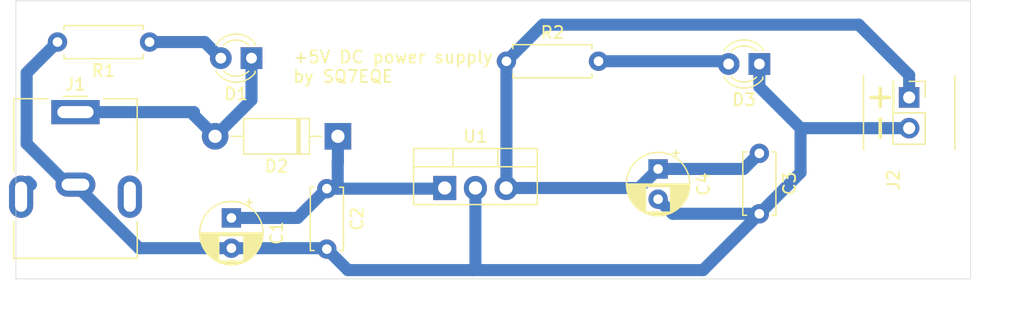
<source format=kicad_pcb>
(kicad_pcb (version 20171130) (host pcbnew 5.1.4-3.fc30)

  (general
    (thickness 1.6)
    (drawings 11)
    (tracks 53)
    (zones 0)
    (modules 12)
    (nets 7)
  )

  (page A4)
  (title_block
    (title "+5V dc power supply at 7805")
    (date 2019-09-18)
    (rev 1.0)
    (company "mgr inż. Paweł Sobótka")
    (comment 1 "GNU GPLv3")
  )

  (layers
    (0 F.Cu jumper)
    (31 B.Cu signal)
    (32 B.Adhes user)
    (33 F.Adhes user)
    (34 B.Paste user)
    (35 F.Paste user)
    (36 B.SilkS user)
    (37 F.SilkS user)
    (38 B.Mask user)
    (39 F.Mask user)
    (40 Dwgs.User user)
    (41 Cmts.User user)
    (42 Eco1.User user)
    (43 Eco2.User user)
    (44 Edge.Cuts user)
    (45 Margin user)
    (46 B.CrtYd user)
    (47 F.CrtYd user)
    (48 B.Fab user)
    (49 F.Fab user)
  )

  (setup
    (last_trace_width 0.25)
    (user_trace_width 1)
    (trace_clearance 0.2)
    (zone_clearance 0.508)
    (zone_45_only no)
    (trace_min 0.2)
    (via_size 0.8)
    (via_drill 0.4)
    (via_min_size 0.4)
    (via_min_drill 0.3)
    (user_via 1 0.6)
    (uvia_size 0.3)
    (uvia_drill 0.1)
    (uvias_allowed no)
    (uvia_min_size 0.2)
    (uvia_min_drill 0.1)
    (edge_width 0.05)
    (segment_width 0.2)
    (pcb_text_width 0.3)
    (pcb_text_size 1.5 1.5)
    (mod_edge_width 0.12)
    (mod_text_size 1 1)
    (mod_text_width 0.15)
    (pad_size 1.524 1.524)
    (pad_drill 0.762)
    (pad_to_mask_clearance 0.051)
    (solder_mask_min_width 0.25)
    (aux_axis_origin 0 0)
    (visible_elements FFFFFF7F)
    (pcbplotparams
      (layerselection 0x210fc_ffffffff)
      (usegerberextensions false)
      (usegerberattributes false)
      (usegerberadvancedattributes false)
      (creategerberjobfile true)
      (excludeedgelayer true)
      (linewidth 0.100000)
      (plotframeref false)
      (viasonmask false)
      (mode 1)
      (useauxorigin false)
      (hpglpennumber 1)
      (hpglpenspeed 20)
      (hpglpendiameter 15.000000)
      (psnegative false)
      (psa4output false)
      (plotreference true)
      (plotvalue true)
      (plotinvisibletext false)
      (padsonsilk false)
      (subtractmaskfromsilk false)
      (outputformat 1)
      (mirror false)
      (drillshape 0)
      (scaleselection 1)
      (outputdirectory "gerbv/"))
  )

  (net 0 "")
  (net 1 "Net-(C1-Pad1)")
  (net 2 "Net-(C1-Pad2)")
  (net 3 "Net-(C3-Pad1)")
  (net 4 "Net-(D1-Pad2)")
  (net 5 "Net-(D1-Pad1)")
  (net 6 "Net-(D3-Pad2)")

  (net_class Default "To jest domyślna klasa połączeń."
    (clearance 0.2)
    (trace_width 0.25)
    (via_dia 0.8)
    (via_drill 0.4)
    (uvia_dia 0.3)
    (uvia_drill 0.1)
    (add_net "Net-(C1-Pad1)")
    (add_net "Net-(C3-Pad1)")
    (add_net "Net-(D1-Pad1)")
    (add_net "Net-(D1-Pad2)")
    (add_net "Net-(D3-Pad2)")
  )

  (net_class gnd ""
    (clearance 0.2)
    (trace_width 1)
    (via_dia 0.8)
    (via_drill 0.4)
    (uvia_dia 0.3)
    (uvia_drill 0.1)
    (add_net "Net-(C1-Pad2)")
  )

  (module Connector_BarrelJack:BarrelJack_CUI_PJ-063AH_Horizontal (layer F.Cu) (tedit 5B0886BD) (tstamp 5D66FA19)
    (at 78.5876 87.726)
    (descr "Barrel Jack, 2.0mm ID, 5.5mm OD, 24V, 8A, no switch, https://www.cui.com/product/resource/pj-063ah.pdf")
    (tags "barrel jack cui dc power")
    (path /5D66A1EF)
    (fp_text reference J1 (at 0 -2.3) (layer F.SilkS)
      (effects (font (size 1 1) (thickness 0.15)))
    )
    (fp_text value "9-15V input DC" (at 0 13) (layer F.Fab)
      (effects (font (size 1 1) (thickness 0.15)))
    )
    (fp_text user %R (at 0 5.5) (layer F.Fab)
      (effects (font (size 1 1) (thickness 0.15)))
    )
    (fp_line (start 6 -1.5) (end -6 -1.5) (layer F.CrtYd) (width 0.05))
    (fp_line (start 6 12.5) (end 6 -1.5) (layer F.CrtYd) (width 0.05))
    (fp_line (start -6 12.5) (end 6 12.5) (layer F.CrtYd) (width 0.05))
    (fp_line (start -6 -1.5) (end -6 12.5) (layer F.CrtYd) (width 0.05))
    (fp_line (start -1 -1.3) (end 1 -1.3) (layer F.SilkS) (width 0.12))
    (fp_line (start -5.11 12.11) (end -5.11 9.05) (layer F.SilkS) (width 0.12))
    (fp_line (start 5.11 12.11) (end -5.11 12.11) (layer F.SilkS) (width 0.12))
    (fp_line (start 5.11 9.05) (end 5.11 12.11) (layer F.SilkS) (width 0.12))
    (fp_line (start 5.11 -1.11) (end 5.11 4.95) (layer F.SilkS) (width 0.12))
    (fp_line (start 2.3 -1.11) (end 5.11 -1.11) (layer F.SilkS) (width 0.12))
    (fp_line (start -5.11 -1.11) (end -2.3 -1.11) (layer F.SilkS) (width 0.12))
    (fp_line (start -5.11 4.95) (end -5.11 -1.11) (layer F.SilkS) (width 0.12))
    (fp_line (start -5 12) (end -5 -1) (layer F.Fab) (width 0.1))
    (fp_line (start 5 12) (end -5 12) (layer F.Fab) (width 0.1))
    (fp_line (start 5 -1) (end 5 12) (layer F.Fab) (width 0.1))
    (fp_line (start 1 -1) (end 5 -1) (layer F.Fab) (width 0.1))
    (fp_line (start 0 0) (end 1 -1) (layer F.Fab) (width 0.1))
    (fp_line (start -1 -1) (end 0 0) (layer F.Fab) (width 0.1))
    (fp_line (start -5 -1) (end -1 -1) (layer F.Fab) (width 0.1))
    (pad "" np_thru_hole circle (at 0 9) (size 1.6 1.6) (drill 1.6) (layers *.Cu *.Mask))
    (pad MP thru_hole oval (at 4.5 7) (size 2 3.5) (drill oval 1 2.5) (layers *.Cu *.Mask))
    (pad MP thru_hole oval (at -4.5 7) (size 2 3.5) (drill oval 1 2.5) (layers *.Cu *.Mask))
    (pad 2 thru_hole oval (at 0 6) (size 3.3 2) (drill oval 2.3 1) (layers *.Cu *.Mask)
      (net 2 "Net-(C1-Pad2)"))
    (pad 1 thru_hole rect (at 0 0) (size 4 2) (drill oval 3 1) (layers *.Cu *.Mask)
      (net 5 "Net-(D1-Pad1)"))
    (model ${KISYS3DMOD}/Connector_BarrelJack.3dshapes/BarrelJack_CUI_PJ-063AH_Horizontal.wrl
      (at (xyz 0 0 0))
      (scale (xyz 1 1 1))
      (rotate (xyz 0 0 0))
    )
  )

  (module power_supply_5V:PinConn_2x01_P2.54mm_Vertical (layer F.Cu) (tedit 5D7F81A5) (tstamp 5D66FA37)
    (at 147.574 86.5124 270)
    (descr "Through hole straight pin header, 2x01, 2.54mm pitch, double rows")
    (tags "Through hole pin header THT 2x01 2.54mm double row")
    (path /5D68944F)
    (fp_text reference J2 (at 6.8326 1.3081 270) (layer F.SilkS)
      (effects (font (size 1 1) (thickness 0.15)))
    )
    (fp_text value "+5V output" (at 3.85 5.825 90) (layer F.Fab)
      (effects (font (size 1 1) (thickness 0.15)))
    )
    (fp_text user - (at 2.54 2.54 90) (layer F.SilkS)
      (effects (font (size 2 2) (thickness 0.3)))
    )
    (fp_text user + (at 0 2.54 90) (layer F.SilkS)
      (effects (font (size 2 2) (thickness 0.3)))
    )
    (fp_line (start -1.8 -3.778) (end 4.3 -3.778) (layer F.SilkS) (width 0.12))
    (fp_line (start 0 -1.27) (end 3.81 -1.27) (layer F.Fab) (width 0.1))
    (fp_line (start 3.81 -1.27) (end 3.81 1.27) (layer F.Fab) (width 0.1))
    (fp_line (start 3.81 1.27) (end -1.27 1.27) (layer F.Fab) (width 0.1))
    (fp_line (start -1.27 1.27) (end -1.27 0) (layer F.Fab) (width 0.1))
    (fp_line (start -1.27 0) (end 0 -1.27) (layer F.Fab) (width 0.1))
    (fp_line (start -1.33 1.33) (end 3.87 1.33) (layer F.SilkS) (width 0.12))
    (fp_line (start -1.33 1.27) (end -1.33 1.33) (layer F.SilkS) (width 0.12))
    (fp_line (start 3.87 -1.33) (end 3.87 1.33) (layer F.SilkS) (width 0.12))
    (fp_line (start -1.33 1.27) (end 1.27 1.27) (layer F.SilkS) (width 0.12))
    (fp_line (start 1.27 1.27) (end 1.27 -1.33) (layer F.SilkS) (width 0.12))
    (fp_line (start 1.27 -1.33) (end 3.87 -1.33) (layer F.SilkS) (width 0.12))
    (fp_line (start -1.33 0) (end -1.33 -1.33) (layer F.SilkS) (width 0.12))
    (fp_line (start -1.33 -1.33) (end 0 -1.33) (layer F.SilkS) (width 0.12))
    (fp_line (start -1.8 -3.8) (end -1.8 3.8) (layer F.CrtYd) (width 0.05))
    (fp_line (start -1.8 3.8) (end 4.35 3.8) (layer F.CrtYd) (width 0.05))
    (fp_line (start 4.35 3.8) (end 4.35 -3.8) (layer F.CrtYd) (width 0.05))
    (fp_line (start 4.35 -3.8) (end -1.8 -3.8) (layer F.CrtYd) (width 0.05))
    (fp_line (start -1.8 3.778) (end 4.3 3.778) (layer F.SilkS) (width 0.12))
    (pad 1 thru_hole rect (at 0 0 270) (size 1.7 1.7) (drill 1) (layers *.Cu *.Mask)
      (net 3 "Net-(C3-Pad1)"))
    (pad 2 thru_hole oval (at 2.54 0 270) (size 1.7 1.7) (drill 1) (layers *.Cu *.Mask)
      (net 2 "Net-(C1-Pad2)"))
    (pad "" np_thru_hole circle (at 0 -2.54 270) (size 1.524 1.524) (drill 1.524) (layers *.Cu *.Mask))
    (pad "" np_thru_hole circle (at 2.54 -2.54 270) (size 1.524 1.524) (drill 1.524) (layers *.Cu *.Mask))
  )

  (module Resistor_THT:R_Axial_DIN0207_L6.3mm_D2.5mm_P7.62mm_Horizontal (layer F.Cu) (tedit 5AE5139B) (tstamp 5D7FD428)
    (at 84.7217 81.9277 180)
    (descr "Resistor, Axial_DIN0207 series, Axial, Horizontal, pin pitch=7.62mm, 0.25W = 1/4W, length*diameter=6.3*2.5mm^2, http://cdn-reichelt.de/documents/datenblatt/B400/1_4W%23YAG.pdf")
    (tags "Resistor Axial_DIN0207 series Axial Horizontal pin pitch 7.62mm 0.25W = 1/4W length 6.3mm diameter 2.5mm")
    (path /5D7F9078)
    (fp_text reference R1 (at 3.81 -2.37) (layer F.SilkS)
      (effects (font (size 1 1) (thickness 0.15)))
    )
    (fp_text value 1k (at 3.81 2.37) (layer F.Fab)
      (effects (font (size 1 1) (thickness 0.15)))
    )
    (fp_text user %R (at 3.81 0) (layer F.Fab)
      (effects (font (size 1 1) (thickness 0.15)))
    )
    (fp_line (start 8.67 -1.5) (end -1.05 -1.5) (layer F.CrtYd) (width 0.05))
    (fp_line (start 8.67 1.5) (end 8.67 -1.5) (layer F.CrtYd) (width 0.05))
    (fp_line (start -1.05 1.5) (end 8.67 1.5) (layer F.CrtYd) (width 0.05))
    (fp_line (start -1.05 -1.5) (end -1.05 1.5) (layer F.CrtYd) (width 0.05))
    (fp_line (start 7.08 1.37) (end 7.08 1.04) (layer F.SilkS) (width 0.12))
    (fp_line (start 0.54 1.37) (end 7.08 1.37) (layer F.SilkS) (width 0.12))
    (fp_line (start 0.54 1.04) (end 0.54 1.37) (layer F.SilkS) (width 0.12))
    (fp_line (start 7.08 -1.37) (end 7.08 -1.04) (layer F.SilkS) (width 0.12))
    (fp_line (start 0.54 -1.37) (end 7.08 -1.37) (layer F.SilkS) (width 0.12))
    (fp_line (start 0.54 -1.04) (end 0.54 -1.37) (layer F.SilkS) (width 0.12))
    (fp_line (start 7.62 0) (end 6.96 0) (layer F.Fab) (width 0.1))
    (fp_line (start 0 0) (end 0.66 0) (layer F.Fab) (width 0.1))
    (fp_line (start 6.96 -1.25) (end 0.66 -1.25) (layer F.Fab) (width 0.1))
    (fp_line (start 6.96 1.25) (end 6.96 -1.25) (layer F.Fab) (width 0.1))
    (fp_line (start 0.66 1.25) (end 6.96 1.25) (layer F.Fab) (width 0.1))
    (fp_line (start 0.66 -1.25) (end 0.66 1.25) (layer F.Fab) (width 0.1))
    (pad 2 thru_hole oval (at 7.62 0 180) (size 1.6 1.6) (drill 0.8) (layers *.Cu *.Mask)
      (net 2 "Net-(C1-Pad2)"))
    (pad 1 thru_hole circle (at 0 0 180) (size 1.6 1.6) (drill 0.8) (layers *.Cu *.Mask)
      (net 4 "Net-(D1-Pad2)"))
    (model ${KISYS3DMOD}/Resistor_THT.3dshapes/R_Axial_DIN0207_L6.3mm_D2.5mm_P7.62mm_Horizontal.wrl
      (at (xyz 0 0 0))
      (scale (xyz 1 1 1))
      (rotate (xyz 0 0 0))
    )
  )

  (module LED_THT:LED_D3.0mm (layer F.Cu) (tedit 587A3A7B) (tstamp 5D7FE52F)
    (at 93.1545 83.2612 180)
    (descr "LED, diameter 3.0mm, 2 pins")
    (tags "LED diameter 3.0mm 2 pins")
    (path /5D7F8644)
    (fp_text reference D1 (at 1.27 -2.96) (layer F.SilkS)
      (effects (font (size 1 1) (thickness 0.15)))
    )
    (fp_text value RED (at 1.27 2.96) (layer F.Fab)
      (effects (font (size 1 1) (thickness 0.15)))
    )
    (fp_line (start 3.7 -2.25) (end -1.15 -2.25) (layer F.CrtYd) (width 0.05))
    (fp_line (start 3.7 2.25) (end 3.7 -2.25) (layer F.CrtYd) (width 0.05))
    (fp_line (start -1.15 2.25) (end 3.7 2.25) (layer F.CrtYd) (width 0.05))
    (fp_line (start -1.15 -2.25) (end -1.15 2.25) (layer F.CrtYd) (width 0.05))
    (fp_line (start -0.29 1.08) (end -0.29 1.236) (layer F.SilkS) (width 0.12))
    (fp_line (start -0.29 -1.236) (end -0.29 -1.08) (layer F.SilkS) (width 0.12))
    (fp_line (start -0.23 -1.16619) (end -0.23 1.16619) (layer F.Fab) (width 0.1))
    (fp_circle (center 1.27 0) (end 2.77 0) (layer F.Fab) (width 0.1))
    (fp_arc (start 1.27 0) (end 0.229039 1.08) (angle -87.9) (layer F.SilkS) (width 0.12))
    (fp_arc (start 1.27 0) (end 0.229039 -1.08) (angle 87.9) (layer F.SilkS) (width 0.12))
    (fp_arc (start 1.27 0) (end -0.29 1.235516) (angle -108.8) (layer F.SilkS) (width 0.12))
    (fp_arc (start 1.27 0) (end -0.29 -1.235516) (angle 108.8) (layer F.SilkS) (width 0.12))
    (fp_arc (start 1.27 0) (end -0.23 -1.16619) (angle 284.3) (layer F.Fab) (width 0.1))
    (pad 2 thru_hole circle (at 2.54 0 180) (size 1.8 1.8) (drill 0.9) (layers *.Cu *.Mask)
      (net 4 "Net-(D1-Pad2)"))
    (pad 1 thru_hole rect (at 0 0 180) (size 1.8 1.8) (drill 0.9) (layers *.Cu *.Mask)
      (net 5 "Net-(D1-Pad1)"))
    (model ${KISYS3DMOD}/LED_THT.3dshapes/LED_D3.0mm.wrl
      (at (xyz 0 0 0))
      (scale (xyz 1 1 1))
      (rotate (xyz 0 0 0))
    )
  )

  (module Capacitor_THT:CP_Radial_D5.0mm_P2.50mm (layer F.Cu) (tedit 5AE50EF0) (tstamp 5D66F903)
    (at 91.4908 96.4838 270)
    (descr "CP, Radial series, Radial, pin pitch=2.50mm, , diameter=5mm, Electrolytic Capacitor")
    (tags "CP Radial series Radial pin pitch 2.50mm  diameter 5mm Electrolytic Capacitor")
    (path /5D66A41D)
    (fp_text reference C1 (at 1.25 -3.75 90) (layer F.SilkS)
      (effects (font (size 1 1) (thickness 0.15)))
    )
    (fp_text value 10u/16V (at 1.25 3.75 90) (layer F.Fab)
      (effects (font (size 1 1) (thickness 0.15)))
    )
    (fp_text user %R (at 1.25 0 90) (layer F.Fab)
      (effects (font (size 1 1) (thickness 0.15)))
    )
    (fp_line (start -1.304775 -1.725) (end -1.304775 -1.225) (layer F.SilkS) (width 0.12))
    (fp_line (start -1.554775 -1.475) (end -1.054775 -1.475) (layer F.SilkS) (width 0.12))
    (fp_line (start 3.851 -0.284) (end 3.851 0.284) (layer F.SilkS) (width 0.12))
    (fp_line (start 3.811 -0.518) (end 3.811 0.518) (layer F.SilkS) (width 0.12))
    (fp_line (start 3.771 -0.677) (end 3.771 0.677) (layer F.SilkS) (width 0.12))
    (fp_line (start 3.731 -0.805) (end 3.731 0.805) (layer F.SilkS) (width 0.12))
    (fp_line (start 3.691 -0.915) (end 3.691 0.915) (layer F.SilkS) (width 0.12))
    (fp_line (start 3.651 -1.011) (end 3.651 1.011) (layer F.SilkS) (width 0.12))
    (fp_line (start 3.611 -1.098) (end 3.611 1.098) (layer F.SilkS) (width 0.12))
    (fp_line (start 3.571 -1.178) (end 3.571 1.178) (layer F.SilkS) (width 0.12))
    (fp_line (start 3.531 1.04) (end 3.531 1.251) (layer F.SilkS) (width 0.12))
    (fp_line (start 3.531 -1.251) (end 3.531 -1.04) (layer F.SilkS) (width 0.12))
    (fp_line (start 3.491 1.04) (end 3.491 1.319) (layer F.SilkS) (width 0.12))
    (fp_line (start 3.491 -1.319) (end 3.491 -1.04) (layer F.SilkS) (width 0.12))
    (fp_line (start 3.451 1.04) (end 3.451 1.383) (layer F.SilkS) (width 0.12))
    (fp_line (start 3.451 -1.383) (end 3.451 -1.04) (layer F.SilkS) (width 0.12))
    (fp_line (start 3.411 1.04) (end 3.411 1.443) (layer F.SilkS) (width 0.12))
    (fp_line (start 3.411 -1.443) (end 3.411 -1.04) (layer F.SilkS) (width 0.12))
    (fp_line (start 3.371 1.04) (end 3.371 1.5) (layer F.SilkS) (width 0.12))
    (fp_line (start 3.371 -1.5) (end 3.371 -1.04) (layer F.SilkS) (width 0.12))
    (fp_line (start 3.331 1.04) (end 3.331 1.554) (layer F.SilkS) (width 0.12))
    (fp_line (start 3.331 -1.554) (end 3.331 -1.04) (layer F.SilkS) (width 0.12))
    (fp_line (start 3.291 1.04) (end 3.291 1.605) (layer F.SilkS) (width 0.12))
    (fp_line (start 3.291 -1.605) (end 3.291 -1.04) (layer F.SilkS) (width 0.12))
    (fp_line (start 3.251 1.04) (end 3.251 1.653) (layer F.SilkS) (width 0.12))
    (fp_line (start 3.251 -1.653) (end 3.251 -1.04) (layer F.SilkS) (width 0.12))
    (fp_line (start 3.211 1.04) (end 3.211 1.699) (layer F.SilkS) (width 0.12))
    (fp_line (start 3.211 -1.699) (end 3.211 -1.04) (layer F.SilkS) (width 0.12))
    (fp_line (start 3.171 1.04) (end 3.171 1.743) (layer F.SilkS) (width 0.12))
    (fp_line (start 3.171 -1.743) (end 3.171 -1.04) (layer F.SilkS) (width 0.12))
    (fp_line (start 3.131 1.04) (end 3.131 1.785) (layer F.SilkS) (width 0.12))
    (fp_line (start 3.131 -1.785) (end 3.131 -1.04) (layer F.SilkS) (width 0.12))
    (fp_line (start 3.091 1.04) (end 3.091 1.826) (layer F.SilkS) (width 0.12))
    (fp_line (start 3.091 -1.826) (end 3.091 -1.04) (layer F.SilkS) (width 0.12))
    (fp_line (start 3.051 1.04) (end 3.051 1.864) (layer F.SilkS) (width 0.12))
    (fp_line (start 3.051 -1.864) (end 3.051 -1.04) (layer F.SilkS) (width 0.12))
    (fp_line (start 3.011 1.04) (end 3.011 1.901) (layer F.SilkS) (width 0.12))
    (fp_line (start 3.011 -1.901) (end 3.011 -1.04) (layer F.SilkS) (width 0.12))
    (fp_line (start 2.971 1.04) (end 2.971 1.937) (layer F.SilkS) (width 0.12))
    (fp_line (start 2.971 -1.937) (end 2.971 -1.04) (layer F.SilkS) (width 0.12))
    (fp_line (start 2.931 1.04) (end 2.931 1.971) (layer F.SilkS) (width 0.12))
    (fp_line (start 2.931 -1.971) (end 2.931 -1.04) (layer F.SilkS) (width 0.12))
    (fp_line (start 2.891 1.04) (end 2.891 2.004) (layer F.SilkS) (width 0.12))
    (fp_line (start 2.891 -2.004) (end 2.891 -1.04) (layer F.SilkS) (width 0.12))
    (fp_line (start 2.851 1.04) (end 2.851 2.035) (layer F.SilkS) (width 0.12))
    (fp_line (start 2.851 -2.035) (end 2.851 -1.04) (layer F.SilkS) (width 0.12))
    (fp_line (start 2.811 1.04) (end 2.811 2.065) (layer F.SilkS) (width 0.12))
    (fp_line (start 2.811 -2.065) (end 2.811 -1.04) (layer F.SilkS) (width 0.12))
    (fp_line (start 2.771 1.04) (end 2.771 2.095) (layer F.SilkS) (width 0.12))
    (fp_line (start 2.771 -2.095) (end 2.771 -1.04) (layer F.SilkS) (width 0.12))
    (fp_line (start 2.731 1.04) (end 2.731 2.122) (layer F.SilkS) (width 0.12))
    (fp_line (start 2.731 -2.122) (end 2.731 -1.04) (layer F.SilkS) (width 0.12))
    (fp_line (start 2.691 1.04) (end 2.691 2.149) (layer F.SilkS) (width 0.12))
    (fp_line (start 2.691 -2.149) (end 2.691 -1.04) (layer F.SilkS) (width 0.12))
    (fp_line (start 2.651 1.04) (end 2.651 2.175) (layer F.SilkS) (width 0.12))
    (fp_line (start 2.651 -2.175) (end 2.651 -1.04) (layer F.SilkS) (width 0.12))
    (fp_line (start 2.611 1.04) (end 2.611 2.2) (layer F.SilkS) (width 0.12))
    (fp_line (start 2.611 -2.2) (end 2.611 -1.04) (layer F.SilkS) (width 0.12))
    (fp_line (start 2.571 1.04) (end 2.571 2.224) (layer F.SilkS) (width 0.12))
    (fp_line (start 2.571 -2.224) (end 2.571 -1.04) (layer F.SilkS) (width 0.12))
    (fp_line (start 2.531 1.04) (end 2.531 2.247) (layer F.SilkS) (width 0.12))
    (fp_line (start 2.531 -2.247) (end 2.531 -1.04) (layer F.SilkS) (width 0.12))
    (fp_line (start 2.491 1.04) (end 2.491 2.268) (layer F.SilkS) (width 0.12))
    (fp_line (start 2.491 -2.268) (end 2.491 -1.04) (layer F.SilkS) (width 0.12))
    (fp_line (start 2.451 1.04) (end 2.451 2.29) (layer F.SilkS) (width 0.12))
    (fp_line (start 2.451 -2.29) (end 2.451 -1.04) (layer F.SilkS) (width 0.12))
    (fp_line (start 2.411 1.04) (end 2.411 2.31) (layer F.SilkS) (width 0.12))
    (fp_line (start 2.411 -2.31) (end 2.411 -1.04) (layer F.SilkS) (width 0.12))
    (fp_line (start 2.371 1.04) (end 2.371 2.329) (layer F.SilkS) (width 0.12))
    (fp_line (start 2.371 -2.329) (end 2.371 -1.04) (layer F.SilkS) (width 0.12))
    (fp_line (start 2.331 1.04) (end 2.331 2.348) (layer F.SilkS) (width 0.12))
    (fp_line (start 2.331 -2.348) (end 2.331 -1.04) (layer F.SilkS) (width 0.12))
    (fp_line (start 2.291 1.04) (end 2.291 2.365) (layer F.SilkS) (width 0.12))
    (fp_line (start 2.291 -2.365) (end 2.291 -1.04) (layer F.SilkS) (width 0.12))
    (fp_line (start 2.251 1.04) (end 2.251 2.382) (layer F.SilkS) (width 0.12))
    (fp_line (start 2.251 -2.382) (end 2.251 -1.04) (layer F.SilkS) (width 0.12))
    (fp_line (start 2.211 1.04) (end 2.211 2.398) (layer F.SilkS) (width 0.12))
    (fp_line (start 2.211 -2.398) (end 2.211 -1.04) (layer F.SilkS) (width 0.12))
    (fp_line (start 2.171 1.04) (end 2.171 2.414) (layer F.SilkS) (width 0.12))
    (fp_line (start 2.171 -2.414) (end 2.171 -1.04) (layer F.SilkS) (width 0.12))
    (fp_line (start 2.131 1.04) (end 2.131 2.428) (layer F.SilkS) (width 0.12))
    (fp_line (start 2.131 -2.428) (end 2.131 -1.04) (layer F.SilkS) (width 0.12))
    (fp_line (start 2.091 1.04) (end 2.091 2.442) (layer F.SilkS) (width 0.12))
    (fp_line (start 2.091 -2.442) (end 2.091 -1.04) (layer F.SilkS) (width 0.12))
    (fp_line (start 2.051 1.04) (end 2.051 2.455) (layer F.SilkS) (width 0.12))
    (fp_line (start 2.051 -2.455) (end 2.051 -1.04) (layer F.SilkS) (width 0.12))
    (fp_line (start 2.011 1.04) (end 2.011 2.468) (layer F.SilkS) (width 0.12))
    (fp_line (start 2.011 -2.468) (end 2.011 -1.04) (layer F.SilkS) (width 0.12))
    (fp_line (start 1.971 1.04) (end 1.971 2.48) (layer F.SilkS) (width 0.12))
    (fp_line (start 1.971 -2.48) (end 1.971 -1.04) (layer F.SilkS) (width 0.12))
    (fp_line (start 1.93 1.04) (end 1.93 2.491) (layer F.SilkS) (width 0.12))
    (fp_line (start 1.93 -2.491) (end 1.93 -1.04) (layer F.SilkS) (width 0.12))
    (fp_line (start 1.89 1.04) (end 1.89 2.501) (layer F.SilkS) (width 0.12))
    (fp_line (start 1.89 -2.501) (end 1.89 -1.04) (layer F.SilkS) (width 0.12))
    (fp_line (start 1.85 1.04) (end 1.85 2.511) (layer F.SilkS) (width 0.12))
    (fp_line (start 1.85 -2.511) (end 1.85 -1.04) (layer F.SilkS) (width 0.12))
    (fp_line (start 1.81 1.04) (end 1.81 2.52) (layer F.SilkS) (width 0.12))
    (fp_line (start 1.81 -2.52) (end 1.81 -1.04) (layer F.SilkS) (width 0.12))
    (fp_line (start 1.77 1.04) (end 1.77 2.528) (layer F.SilkS) (width 0.12))
    (fp_line (start 1.77 -2.528) (end 1.77 -1.04) (layer F.SilkS) (width 0.12))
    (fp_line (start 1.73 1.04) (end 1.73 2.536) (layer F.SilkS) (width 0.12))
    (fp_line (start 1.73 -2.536) (end 1.73 -1.04) (layer F.SilkS) (width 0.12))
    (fp_line (start 1.69 1.04) (end 1.69 2.543) (layer F.SilkS) (width 0.12))
    (fp_line (start 1.69 -2.543) (end 1.69 -1.04) (layer F.SilkS) (width 0.12))
    (fp_line (start 1.65 1.04) (end 1.65 2.55) (layer F.SilkS) (width 0.12))
    (fp_line (start 1.65 -2.55) (end 1.65 -1.04) (layer F.SilkS) (width 0.12))
    (fp_line (start 1.61 1.04) (end 1.61 2.556) (layer F.SilkS) (width 0.12))
    (fp_line (start 1.61 -2.556) (end 1.61 -1.04) (layer F.SilkS) (width 0.12))
    (fp_line (start 1.57 1.04) (end 1.57 2.561) (layer F.SilkS) (width 0.12))
    (fp_line (start 1.57 -2.561) (end 1.57 -1.04) (layer F.SilkS) (width 0.12))
    (fp_line (start 1.53 1.04) (end 1.53 2.565) (layer F.SilkS) (width 0.12))
    (fp_line (start 1.53 -2.565) (end 1.53 -1.04) (layer F.SilkS) (width 0.12))
    (fp_line (start 1.49 1.04) (end 1.49 2.569) (layer F.SilkS) (width 0.12))
    (fp_line (start 1.49 -2.569) (end 1.49 -1.04) (layer F.SilkS) (width 0.12))
    (fp_line (start 1.45 -2.573) (end 1.45 2.573) (layer F.SilkS) (width 0.12))
    (fp_line (start 1.41 -2.576) (end 1.41 2.576) (layer F.SilkS) (width 0.12))
    (fp_line (start 1.37 -2.578) (end 1.37 2.578) (layer F.SilkS) (width 0.12))
    (fp_line (start 1.33 -2.579) (end 1.33 2.579) (layer F.SilkS) (width 0.12))
    (fp_line (start 1.29 -2.58) (end 1.29 2.58) (layer F.SilkS) (width 0.12))
    (fp_line (start 1.25 -2.58) (end 1.25 2.58) (layer F.SilkS) (width 0.12))
    (fp_line (start -0.633605 -1.3375) (end -0.633605 -0.8375) (layer F.Fab) (width 0.1))
    (fp_line (start -0.883605 -1.0875) (end -0.383605 -1.0875) (layer F.Fab) (width 0.1))
    (fp_circle (center 1.25 0) (end 4 0) (layer F.CrtYd) (width 0.05))
    (fp_circle (center 1.25 0) (end 3.87 0) (layer F.SilkS) (width 0.12))
    (fp_circle (center 1.25 0) (end 3.75 0) (layer F.Fab) (width 0.1))
    (pad 2 thru_hole circle (at 2.5 0 270) (size 1.6 1.6) (drill 0.8) (layers *.Cu *.Mask)
      (net 2 "Net-(C1-Pad2)"))
    (pad 1 thru_hole rect (at 0 0 270) (size 1.6 1.6) (drill 0.8) (layers *.Cu *.Mask)
      (net 1 "Net-(C1-Pad1)"))
    (model ${KISYS3DMOD}/Capacitor_THT.3dshapes/CP_Radial_D5.0mm_P2.50mm.wrl
      (at (xyz 0 0 0))
      (scale (xyz 1 1 1))
      (rotate (xyz 0 0 0))
    )
  )

  (module Capacitor_THT:C_Disc_D5.0mm_W2.5mm_P5.00mm (layer F.Cu) (tedit 5AE50EF0) (tstamp 5D670EB6)
    (at 99.3902 94.06 270)
    (descr "C, Disc series, Radial, pin pitch=5.00mm, , diameter*width=5*2.5mm^2, Capacitor, http://cdn-reichelt.de/documents/datenblatt/B300/DS_KERKO_TC.pdf")
    (tags "C Disc series Radial pin pitch 5.00mm  diameter 5mm width 2.5mm Capacitor")
    (path /5D66B2B2)
    (fp_text reference C2 (at 2.5 -2.5 90) (layer F.SilkS)
      (effects (font (size 1 1) (thickness 0.15)))
    )
    (fp_text value 100n (at 2.5 2.5 90) (layer F.Fab)
      (effects (font (size 1 1) (thickness 0.15)))
    )
    (fp_text user %R (at 2.5 0 90) (layer F.Fab)
      (effects (font (size 1 1) (thickness 0.15)))
    )
    (fp_line (start 6.05 -1.5) (end -1.05 -1.5) (layer F.CrtYd) (width 0.05))
    (fp_line (start 6.05 1.5) (end 6.05 -1.5) (layer F.CrtYd) (width 0.05))
    (fp_line (start -1.05 1.5) (end 6.05 1.5) (layer F.CrtYd) (width 0.05))
    (fp_line (start -1.05 -1.5) (end -1.05 1.5) (layer F.CrtYd) (width 0.05))
    (fp_line (start 5.12 1.055) (end 5.12 1.37) (layer F.SilkS) (width 0.12))
    (fp_line (start 5.12 -1.37) (end 5.12 -1.055) (layer F.SilkS) (width 0.12))
    (fp_line (start -0.12 1.055) (end -0.12 1.37) (layer F.SilkS) (width 0.12))
    (fp_line (start -0.12 -1.37) (end -0.12 -1.055) (layer F.SilkS) (width 0.12))
    (fp_line (start -0.12 1.37) (end 5.12 1.37) (layer F.SilkS) (width 0.12))
    (fp_line (start -0.12 -1.37) (end 5.12 -1.37) (layer F.SilkS) (width 0.12))
    (fp_line (start 5 -1.25) (end 0 -1.25) (layer F.Fab) (width 0.1))
    (fp_line (start 5 1.25) (end 5 -1.25) (layer F.Fab) (width 0.1))
    (fp_line (start 0 1.25) (end 5 1.25) (layer F.Fab) (width 0.1))
    (fp_line (start 0 -1.25) (end 0 1.25) (layer F.Fab) (width 0.1))
    (pad 2 thru_hole circle (at 5 0 270) (size 1.6 1.6) (drill 0.8) (layers *.Cu *.Mask)
      (net 2 "Net-(C1-Pad2)"))
    (pad 1 thru_hole circle (at 0 0 270) (size 1.6 1.6) (drill 0.8) (layers *.Cu *.Mask)
      (net 1 "Net-(C1-Pad1)"))
    (model ${KISYS3DMOD}/Capacitor_THT.3dshapes/C_Disc_D5.0mm_W2.5mm_P5.00mm.wrl
      (at (xyz 0 0 0))
      (scale (xyz 1 1 1))
      (rotate (xyz 0 0 0))
    )
  )

  (module Capacitor_THT:C_Disc_D5.0mm_W2.5mm_P5.00mm (layer F.Cu) (tedit 5AE50EF0) (tstamp 5D66F92D)
    (at 135.1788 91.139 270)
    (descr "C, Disc series, Radial, pin pitch=5.00mm, , diameter*width=5*2.5mm^2, Capacitor, http://cdn-reichelt.de/documents/datenblatt/B300/DS_KERKO_TC.pdf")
    (tags "C Disc series Radial pin pitch 5.00mm  diameter 5mm width 2.5mm Capacitor")
    (path /5D66AFD7)
    (fp_text reference C3 (at 2.5 -2.5 90) (layer F.SilkS)
      (effects (font (size 1 1) (thickness 0.15)))
    )
    (fp_text value 100n (at 2.5 2.5 90) (layer F.Fab)
      (effects (font (size 1 1) (thickness 0.15)))
    )
    (fp_text user %R (at 2.5 0 90) (layer F.Fab)
      (effects (font (size 1 1) (thickness 0.15)))
    )
    (fp_line (start 6.05 -1.5) (end -1.05 -1.5) (layer F.CrtYd) (width 0.05))
    (fp_line (start 6.05 1.5) (end 6.05 -1.5) (layer F.CrtYd) (width 0.05))
    (fp_line (start -1.05 1.5) (end 6.05 1.5) (layer F.CrtYd) (width 0.05))
    (fp_line (start -1.05 -1.5) (end -1.05 1.5) (layer F.CrtYd) (width 0.05))
    (fp_line (start 5.12 1.055) (end 5.12 1.37) (layer F.SilkS) (width 0.12))
    (fp_line (start 5.12 -1.37) (end 5.12 -1.055) (layer F.SilkS) (width 0.12))
    (fp_line (start -0.12 1.055) (end -0.12 1.37) (layer F.SilkS) (width 0.12))
    (fp_line (start -0.12 -1.37) (end -0.12 -1.055) (layer F.SilkS) (width 0.12))
    (fp_line (start -0.12 1.37) (end 5.12 1.37) (layer F.SilkS) (width 0.12))
    (fp_line (start -0.12 -1.37) (end 5.12 -1.37) (layer F.SilkS) (width 0.12))
    (fp_line (start 5 -1.25) (end 0 -1.25) (layer F.Fab) (width 0.1))
    (fp_line (start 5 1.25) (end 5 -1.25) (layer F.Fab) (width 0.1))
    (fp_line (start 0 1.25) (end 5 1.25) (layer F.Fab) (width 0.1))
    (fp_line (start 0 -1.25) (end 0 1.25) (layer F.Fab) (width 0.1))
    (pad 2 thru_hole circle (at 5 0 270) (size 1.6 1.6) (drill 0.8) (layers *.Cu *.Mask)
      (net 2 "Net-(C1-Pad2)"))
    (pad 1 thru_hole circle (at 0 0 270) (size 1.6 1.6) (drill 0.8) (layers *.Cu *.Mask)
      (net 3 "Net-(C3-Pad1)"))
    (model ${KISYS3DMOD}/Capacitor_THT.3dshapes/C_Disc_D5.0mm_W2.5mm_P5.00mm.wrl
      (at (xyz 0 0 0))
      (scale (xyz 1 1 1))
      (rotate (xyz 0 0 0))
    )
  )

  (module Capacitor_THT:CP_Radial_D5.0mm_P2.50mm (layer F.Cu) (tedit 5AE50EF0) (tstamp 5D66F9B1)
    (at 126.7996 92.4306 270)
    (descr "CP, Radial series, Radial, pin pitch=2.50mm, , diameter=5mm, Electrolytic Capacitor")
    (tags "CP Radial series Radial pin pitch 2.50mm  diameter 5mm Electrolytic Capacitor")
    (path /5D66A615)
    (fp_text reference C4 (at 1.25 -3.75 90) (layer F.SilkS)
      (effects (font (size 1 1) (thickness 0.15)))
    )
    (fp_text value 10u/16V (at 1.25 3.75 90) (layer F.Fab)
      (effects (font (size 1 1) (thickness 0.15)))
    )
    (fp_text user %R (at 1.25 0 90) (layer F.Fab)
      (effects (font (size 1 1) (thickness 0.15)))
    )
    (fp_line (start -1.304775 -1.725) (end -1.304775 -1.225) (layer F.SilkS) (width 0.12))
    (fp_line (start -1.554775 -1.475) (end -1.054775 -1.475) (layer F.SilkS) (width 0.12))
    (fp_line (start 3.851 -0.284) (end 3.851 0.284) (layer F.SilkS) (width 0.12))
    (fp_line (start 3.811 -0.518) (end 3.811 0.518) (layer F.SilkS) (width 0.12))
    (fp_line (start 3.771 -0.677) (end 3.771 0.677) (layer F.SilkS) (width 0.12))
    (fp_line (start 3.731 -0.805) (end 3.731 0.805) (layer F.SilkS) (width 0.12))
    (fp_line (start 3.691 -0.915) (end 3.691 0.915) (layer F.SilkS) (width 0.12))
    (fp_line (start 3.651 -1.011) (end 3.651 1.011) (layer F.SilkS) (width 0.12))
    (fp_line (start 3.611 -1.098) (end 3.611 1.098) (layer F.SilkS) (width 0.12))
    (fp_line (start 3.571 -1.178) (end 3.571 1.178) (layer F.SilkS) (width 0.12))
    (fp_line (start 3.531 1.04) (end 3.531 1.251) (layer F.SilkS) (width 0.12))
    (fp_line (start 3.531 -1.251) (end 3.531 -1.04) (layer F.SilkS) (width 0.12))
    (fp_line (start 3.491 1.04) (end 3.491 1.319) (layer F.SilkS) (width 0.12))
    (fp_line (start 3.491 -1.319) (end 3.491 -1.04) (layer F.SilkS) (width 0.12))
    (fp_line (start 3.451 1.04) (end 3.451 1.383) (layer F.SilkS) (width 0.12))
    (fp_line (start 3.451 -1.383) (end 3.451 -1.04) (layer F.SilkS) (width 0.12))
    (fp_line (start 3.411 1.04) (end 3.411 1.443) (layer F.SilkS) (width 0.12))
    (fp_line (start 3.411 -1.443) (end 3.411 -1.04) (layer F.SilkS) (width 0.12))
    (fp_line (start 3.371 1.04) (end 3.371 1.5) (layer F.SilkS) (width 0.12))
    (fp_line (start 3.371 -1.5) (end 3.371 -1.04) (layer F.SilkS) (width 0.12))
    (fp_line (start 3.331 1.04) (end 3.331 1.554) (layer F.SilkS) (width 0.12))
    (fp_line (start 3.331 -1.554) (end 3.331 -1.04) (layer F.SilkS) (width 0.12))
    (fp_line (start 3.291 1.04) (end 3.291 1.605) (layer F.SilkS) (width 0.12))
    (fp_line (start 3.291 -1.605) (end 3.291 -1.04) (layer F.SilkS) (width 0.12))
    (fp_line (start 3.251 1.04) (end 3.251 1.653) (layer F.SilkS) (width 0.12))
    (fp_line (start 3.251 -1.653) (end 3.251 -1.04) (layer F.SilkS) (width 0.12))
    (fp_line (start 3.211 1.04) (end 3.211 1.699) (layer F.SilkS) (width 0.12))
    (fp_line (start 3.211 -1.699) (end 3.211 -1.04) (layer F.SilkS) (width 0.12))
    (fp_line (start 3.171 1.04) (end 3.171 1.743) (layer F.SilkS) (width 0.12))
    (fp_line (start 3.171 -1.743) (end 3.171 -1.04) (layer F.SilkS) (width 0.12))
    (fp_line (start 3.131 1.04) (end 3.131 1.785) (layer F.SilkS) (width 0.12))
    (fp_line (start 3.131 -1.785) (end 3.131 -1.04) (layer F.SilkS) (width 0.12))
    (fp_line (start 3.091 1.04) (end 3.091 1.826) (layer F.SilkS) (width 0.12))
    (fp_line (start 3.091 -1.826) (end 3.091 -1.04) (layer F.SilkS) (width 0.12))
    (fp_line (start 3.051 1.04) (end 3.051 1.864) (layer F.SilkS) (width 0.12))
    (fp_line (start 3.051 -1.864) (end 3.051 -1.04) (layer F.SilkS) (width 0.12))
    (fp_line (start 3.011 1.04) (end 3.011 1.901) (layer F.SilkS) (width 0.12))
    (fp_line (start 3.011 -1.901) (end 3.011 -1.04) (layer F.SilkS) (width 0.12))
    (fp_line (start 2.971 1.04) (end 2.971 1.937) (layer F.SilkS) (width 0.12))
    (fp_line (start 2.971 -1.937) (end 2.971 -1.04) (layer F.SilkS) (width 0.12))
    (fp_line (start 2.931 1.04) (end 2.931 1.971) (layer F.SilkS) (width 0.12))
    (fp_line (start 2.931 -1.971) (end 2.931 -1.04) (layer F.SilkS) (width 0.12))
    (fp_line (start 2.891 1.04) (end 2.891 2.004) (layer F.SilkS) (width 0.12))
    (fp_line (start 2.891 -2.004) (end 2.891 -1.04) (layer F.SilkS) (width 0.12))
    (fp_line (start 2.851 1.04) (end 2.851 2.035) (layer F.SilkS) (width 0.12))
    (fp_line (start 2.851 -2.035) (end 2.851 -1.04) (layer F.SilkS) (width 0.12))
    (fp_line (start 2.811 1.04) (end 2.811 2.065) (layer F.SilkS) (width 0.12))
    (fp_line (start 2.811 -2.065) (end 2.811 -1.04) (layer F.SilkS) (width 0.12))
    (fp_line (start 2.771 1.04) (end 2.771 2.095) (layer F.SilkS) (width 0.12))
    (fp_line (start 2.771 -2.095) (end 2.771 -1.04) (layer F.SilkS) (width 0.12))
    (fp_line (start 2.731 1.04) (end 2.731 2.122) (layer F.SilkS) (width 0.12))
    (fp_line (start 2.731 -2.122) (end 2.731 -1.04) (layer F.SilkS) (width 0.12))
    (fp_line (start 2.691 1.04) (end 2.691 2.149) (layer F.SilkS) (width 0.12))
    (fp_line (start 2.691 -2.149) (end 2.691 -1.04) (layer F.SilkS) (width 0.12))
    (fp_line (start 2.651 1.04) (end 2.651 2.175) (layer F.SilkS) (width 0.12))
    (fp_line (start 2.651 -2.175) (end 2.651 -1.04) (layer F.SilkS) (width 0.12))
    (fp_line (start 2.611 1.04) (end 2.611 2.2) (layer F.SilkS) (width 0.12))
    (fp_line (start 2.611 -2.2) (end 2.611 -1.04) (layer F.SilkS) (width 0.12))
    (fp_line (start 2.571 1.04) (end 2.571 2.224) (layer F.SilkS) (width 0.12))
    (fp_line (start 2.571 -2.224) (end 2.571 -1.04) (layer F.SilkS) (width 0.12))
    (fp_line (start 2.531 1.04) (end 2.531 2.247) (layer F.SilkS) (width 0.12))
    (fp_line (start 2.531 -2.247) (end 2.531 -1.04) (layer F.SilkS) (width 0.12))
    (fp_line (start 2.491 1.04) (end 2.491 2.268) (layer F.SilkS) (width 0.12))
    (fp_line (start 2.491 -2.268) (end 2.491 -1.04) (layer F.SilkS) (width 0.12))
    (fp_line (start 2.451 1.04) (end 2.451 2.29) (layer F.SilkS) (width 0.12))
    (fp_line (start 2.451 -2.29) (end 2.451 -1.04) (layer F.SilkS) (width 0.12))
    (fp_line (start 2.411 1.04) (end 2.411 2.31) (layer F.SilkS) (width 0.12))
    (fp_line (start 2.411 -2.31) (end 2.411 -1.04) (layer F.SilkS) (width 0.12))
    (fp_line (start 2.371 1.04) (end 2.371 2.329) (layer F.SilkS) (width 0.12))
    (fp_line (start 2.371 -2.329) (end 2.371 -1.04) (layer F.SilkS) (width 0.12))
    (fp_line (start 2.331 1.04) (end 2.331 2.348) (layer F.SilkS) (width 0.12))
    (fp_line (start 2.331 -2.348) (end 2.331 -1.04) (layer F.SilkS) (width 0.12))
    (fp_line (start 2.291 1.04) (end 2.291 2.365) (layer F.SilkS) (width 0.12))
    (fp_line (start 2.291 -2.365) (end 2.291 -1.04) (layer F.SilkS) (width 0.12))
    (fp_line (start 2.251 1.04) (end 2.251 2.382) (layer F.SilkS) (width 0.12))
    (fp_line (start 2.251 -2.382) (end 2.251 -1.04) (layer F.SilkS) (width 0.12))
    (fp_line (start 2.211 1.04) (end 2.211 2.398) (layer F.SilkS) (width 0.12))
    (fp_line (start 2.211 -2.398) (end 2.211 -1.04) (layer F.SilkS) (width 0.12))
    (fp_line (start 2.171 1.04) (end 2.171 2.414) (layer F.SilkS) (width 0.12))
    (fp_line (start 2.171 -2.414) (end 2.171 -1.04) (layer F.SilkS) (width 0.12))
    (fp_line (start 2.131 1.04) (end 2.131 2.428) (layer F.SilkS) (width 0.12))
    (fp_line (start 2.131 -2.428) (end 2.131 -1.04) (layer F.SilkS) (width 0.12))
    (fp_line (start 2.091 1.04) (end 2.091 2.442) (layer F.SilkS) (width 0.12))
    (fp_line (start 2.091 -2.442) (end 2.091 -1.04) (layer F.SilkS) (width 0.12))
    (fp_line (start 2.051 1.04) (end 2.051 2.455) (layer F.SilkS) (width 0.12))
    (fp_line (start 2.051 -2.455) (end 2.051 -1.04) (layer F.SilkS) (width 0.12))
    (fp_line (start 2.011 1.04) (end 2.011 2.468) (layer F.SilkS) (width 0.12))
    (fp_line (start 2.011 -2.468) (end 2.011 -1.04) (layer F.SilkS) (width 0.12))
    (fp_line (start 1.971 1.04) (end 1.971 2.48) (layer F.SilkS) (width 0.12))
    (fp_line (start 1.971 -2.48) (end 1.971 -1.04) (layer F.SilkS) (width 0.12))
    (fp_line (start 1.93 1.04) (end 1.93 2.491) (layer F.SilkS) (width 0.12))
    (fp_line (start 1.93 -2.491) (end 1.93 -1.04) (layer F.SilkS) (width 0.12))
    (fp_line (start 1.89 1.04) (end 1.89 2.501) (layer F.SilkS) (width 0.12))
    (fp_line (start 1.89 -2.501) (end 1.89 -1.04) (layer F.SilkS) (width 0.12))
    (fp_line (start 1.85 1.04) (end 1.85 2.511) (layer F.SilkS) (width 0.12))
    (fp_line (start 1.85 -2.511) (end 1.85 -1.04) (layer F.SilkS) (width 0.12))
    (fp_line (start 1.81 1.04) (end 1.81 2.52) (layer F.SilkS) (width 0.12))
    (fp_line (start 1.81 -2.52) (end 1.81 -1.04) (layer F.SilkS) (width 0.12))
    (fp_line (start 1.77 1.04) (end 1.77 2.528) (layer F.SilkS) (width 0.12))
    (fp_line (start 1.77 -2.528) (end 1.77 -1.04) (layer F.SilkS) (width 0.12))
    (fp_line (start 1.73 1.04) (end 1.73 2.536) (layer F.SilkS) (width 0.12))
    (fp_line (start 1.73 -2.536) (end 1.73 -1.04) (layer F.SilkS) (width 0.12))
    (fp_line (start 1.69 1.04) (end 1.69 2.543) (layer F.SilkS) (width 0.12))
    (fp_line (start 1.69 -2.543) (end 1.69 -1.04) (layer F.SilkS) (width 0.12))
    (fp_line (start 1.65 1.04) (end 1.65 2.55) (layer F.SilkS) (width 0.12))
    (fp_line (start 1.65 -2.55) (end 1.65 -1.04) (layer F.SilkS) (width 0.12))
    (fp_line (start 1.61 1.04) (end 1.61 2.556) (layer F.SilkS) (width 0.12))
    (fp_line (start 1.61 -2.556) (end 1.61 -1.04) (layer F.SilkS) (width 0.12))
    (fp_line (start 1.57 1.04) (end 1.57 2.561) (layer F.SilkS) (width 0.12))
    (fp_line (start 1.57 -2.561) (end 1.57 -1.04) (layer F.SilkS) (width 0.12))
    (fp_line (start 1.53 1.04) (end 1.53 2.565) (layer F.SilkS) (width 0.12))
    (fp_line (start 1.53 -2.565) (end 1.53 -1.04) (layer F.SilkS) (width 0.12))
    (fp_line (start 1.49 1.04) (end 1.49 2.569) (layer F.SilkS) (width 0.12))
    (fp_line (start 1.49 -2.569) (end 1.49 -1.04) (layer F.SilkS) (width 0.12))
    (fp_line (start 1.45 -2.573) (end 1.45 2.573) (layer F.SilkS) (width 0.12))
    (fp_line (start 1.41 -2.576) (end 1.41 2.576) (layer F.SilkS) (width 0.12))
    (fp_line (start 1.37 -2.578) (end 1.37 2.578) (layer F.SilkS) (width 0.12))
    (fp_line (start 1.33 -2.579) (end 1.33 2.579) (layer F.SilkS) (width 0.12))
    (fp_line (start 1.29 -2.58) (end 1.29 2.58) (layer F.SilkS) (width 0.12))
    (fp_line (start 1.25 -2.58) (end 1.25 2.58) (layer F.SilkS) (width 0.12))
    (fp_line (start -0.633605 -1.3375) (end -0.633605 -0.8375) (layer F.Fab) (width 0.1))
    (fp_line (start -0.883605 -1.0875) (end -0.383605 -1.0875) (layer F.Fab) (width 0.1))
    (fp_circle (center 1.25 0) (end 4 0) (layer F.CrtYd) (width 0.05))
    (fp_circle (center 1.25 0) (end 3.87 0) (layer F.SilkS) (width 0.12))
    (fp_circle (center 1.25 0) (end 3.75 0) (layer F.Fab) (width 0.1))
    (pad 2 thru_hole circle (at 2.5 0 270) (size 1.6 1.6) (drill 0.8) (layers *.Cu *.Mask)
      (net 2 "Net-(C1-Pad2)"))
    (pad 1 thru_hole rect (at 0 0 270) (size 1.6 1.6) (drill 0.8) (layers *.Cu *.Mask)
      (net 3 "Net-(C3-Pad1)"))
    (model ${KISYS3DMOD}/Capacitor_THT.3dshapes/CP_Radial_D5.0mm_P2.50mm.wrl
      (at (xyz 0 0 0))
      (scale (xyz 1 1 1))
      (rotate (xyz 0 0 0))
    )
  )

  (module Diode_THT:D_DO-41_SOD81_P10.16mm_Horizontal (layer F.Cu) (tedit 5AE50CD5) (tstamp 5D670012)
    (at 100.3046 89.7288 180)
    (descr "Diode, DO-41_SOD81 series, Axial, Horizontal, pin pitch=10.16mm, , length*diameter=5.2*2.7mm^2, , http://www.diodes.com/_files/packages/DO-41%20(Plastic).pdf")
    (tags "Diode DO-41_SOD81 series Axial Horizontal pin pitch 10.16mm  length 5.2mm diameter 2.7mm")
    (path /5D66A8C3)
    (fp_text reference D2 (at 5.08 -2.47) (layer F.SilkS)
      (effects (font (size 1 1) (thickness 0.15)))
    )
    (fp_text value 1N4001 (at 5.08 2.47) (layer F.Fab)
      (effects (font (size 1 1) (thickness 0.15)))
    )
    (fp_text user K (at 0 -2.1) (layer F.Fab)
      (effects (font (size 1 1) (thickness 0.15)))
    )
    (fp_text user K (at 0 -2.1) (layer F.Fab)
      (effects (font (size 1 1) (thickness 0.15)))
    )
    (fp_text user %R (at 5.47 0) (layer F.Fab)
      (effects (font (size 1 1) (thickness 0.15)))
    )
    (fp_line (start 11.51 -1.6) (end -1.35 -1.6) (layer F.CrtYd) (width 0.05))
    (fp_line (start 11.51 1.6) (end 11.51 -1.6) (layer F.CrtYd) (width 0.05))
    (fp_line (start -1.35 1.6) (end 11.51 1.6) (layer F.CrtYd) (width 0.05))
    (fp_line (start -1.35 -1.6) (end -1.35 1.6) (layer F.CrtYd) (width 0.05))
    (fp_line (start 3.14 -1.47) (end 3.14 1.47) (layer F.SilkS) (width 0.12))
    (fp_line (start 3.38 -1.47) (end 3.38 1.47) (layer F.SilkS) (width 0.12))
    (fp_line (start 3.26 -1.47) (end 3.26 1.47) (layer F.SilkS) (width 0.12))
    (fp_line (start 8.82 0) (end 7.8 0) (layer F.SilkS) (width 0.12))
    (fp_line (start 1.34 0) (end 2.36 0) (layer F.SilkS) (width 0.12))
    (fp_line (start 7.8 -1.47) (end 2.36 -1.47) (layer F.SilkS) (width 0.12))
    (fp_line (start 7.8 1.47) (end 7.8 -1.47) (layer F.SilkS) (width 0.12))
    (fp_line (start 2.36 1.47) (end 7.8 1.47) (layer F.SilkS) (width 0.12))
    (fp_line (start 2.36 -1.47) (end 2.36 1.47) (layer F.SilkS) (width 0.12))
    (fp_line (start 3.16 -1.35) (end 3.16 1.35) (layer F.Fab) (width 0.1))
    (fp_line (start 3.36 -1.35) (end 3.36 1.35) (layer F.Fab) (width 0.1))
    (fp_line (start 3.26 -1.35) (end 3.26 1.35) (layer F.Fab) (width 0.1))
    (fp_line (start 10.16 0) (end 7.68 0) (layer F.Fab) (width 0.1))
    (fp_line (start 0 0) (end 2.48 0) (layer F.Fab) (width 0.1))
    (fp_line (start 7.68 -1.35) (end 2.48 -1.35) (layer F.Fab) (width 0.1))
    (fp_line (start 7.68 1.35) (end 7.68 -1.35) (layer F.Fab) (width 0.1))
    (fp_line (start 2.48 1.35) (end 7.68 1.35) (layer F.Fab) (width 0.1))
    (fp_line (start 2.48 -1.35) (end 2.48 1.35) (layer F.Fab) (width 0.1))
    (pad 2 thru_hole oval (at 10.16 0 180) (size 2.2 2.2) (drill 1.1) (layers *.Cu *.Mask)
      (net 5 "Net-(D1-Pad1)"))
    (pad 1 thru_hole rect (at 0 0 180) (size 2.2 2.2) (drill 1.1) (layers *.Cu *.Mask)
      (net 1 "Net-(C1-Pad1)"))
    (model ${KISYS3DMOD}/Diode_THT.3dshapes/D_DO-41_SOD81_P10.16mm_Horizontal.wrl
      (at (xyz 0 0 0))
      (scale (xyz 1 1 1))
      (rotate (xyz 0 0 0))
    )
  )

  (module LED_THT:LED_D3.0mm (layer F.Cu) (tedit 587A3A7B) (tstamp 5D66F9E3)
    (at 135.1788 83.7438 180)
    (descr "LED, diameter 3.0mm, 2 pins")
    (tags "LED diameter 3.0mm 2 pins")
    (path /5D66ACB1)
    (fp_text reference D3 (at 1.27 -2.96) (layer F.SilkS)
      (effects (font (size 1 1) (thickness 0.15)))
    )
    (fp_text value GREEN (at 1.27 2.96) (layer F.Fab)
      (effects (font (size 1 1) (thickness 0.15)))
    )
    (fp_line (start 3.7 -2.25) (end -1.15 -2.25) (layer F.CrtYd) (width 0.05))
    (fp_line (start 3.7 2.25) (end 3.7 -2.25) (layer F.CrtYd) (width 0.05))
    (fp_line (start -1.15 2.25) (end 3.7 2.25) (layer F.CrtYd) (width 0.05))
    (fp_line (start -1.15 -2.25) (end -1.15 2.25) (layer F.CrtYd) (width 0.05))
    (fp_line (start -0.29 1.08) (end -0.29 1.236) (layer F.SilkS) (width 0.12))
    (fp_line (start -0.29 -1.236) (end -0.29 -1.08) (layer F.SilkS) (width 0.12))
    (fp_line (start -0.23 -1.16619) (end -0.23 1.16619) (layer F.Fab) (width 0.1))
    (fp_circle (center 1.27 0) (end 2.77 0) (layer F.Fab) (width 0.1))
    (fp_arc (start 1.27 0) (end 0.229039 1.08) (angle -87.9) (layer F.SilkS) (width 0.12))
    (fp_arc (start 1.27 0) (end 0.229039 -1.08) (angle 87.9) (layer F.SilkS) (width 0.12))
    (fp_arc (start 1.27 0) (end -0.29 1.235516) (angle -108.8) (layer F.SilkS) (width 0.12))
    (fp_arc (start 1.27 0) (end -0.29 -1.235516) (angle 108.8) (layer F.SilkS) (width 0.12))
    (fp_arc (start 1.27 0) (end -0.23 -1.16619) (angle 284.3) (layer F.Fab) (width 0.1))
    (pad 2 thru_hole circle (at 2.54 0 180) (size 1.8 1.8) (drill 0.9) (layers *.Cu *.Mask)
      (net 6 "Net-(D3-Pad2)"))
    (pad 1 thru_hole rect (at 0 0 180) (size 1.8 1.8) (drill 0.9) (layers *.Cu *.Mask)
      (net 2 "Net-(C1-Pad2)"))
    (model ${KISYS3DMOD}/LED_THT.3dshapes/LED_D3.0mm.wrl
      (at (xyz 0 0 0))
      (scale (xyz 1 1 1))
      (rotate (xyz 0 0 0))
    )
  )

  (module Resistor_THT:R_Axial_DIN0207_L6.3mm_D2.5mm_P7.62mm_Horizontal (layer F.Cu) (tedit 5AE5139B) (tstamp 5D66FA4E)
    (at 114.2492 83.5152)
    (descr "Resistor, Axial_DIN0207 series, Axial, Horizontal, pin pitch=7.62mm, 0.25W = 1/4W, length*diameter=6.3*2.5mm^2, http://cdn-reichelt.de/documents/datenblatt/B400/1_4W%23YAG.pdf")
    (tags "Resistor Axial_DIN0207 series Axial Horizontal pin pitch 7.62mm 0.25W = 1/4W length 6.3mm diameter 2.5mm")
    (path /5D66C5B1)
    (fp_text reference R2 (at 3.81 -2.37) (layer F.SilkS)
      (effects (font (size 1 1) (thickness 0.15)))
    )
    (fp_text value 330 (at 3.81 2.37) (layer F.Fab)
      (effects (font (size 1 1) (thickness 0.15)))
    )
    (fp_text user %R (at 3.81 0) (layer F.Fab)
      (effects (font (size 1 1) (thickness 0.15)))
    )
    (fp_line (start 8.67 -1.5) (end -1.05 -1.5) (layer F.CrtYd) (width 0.05))
    (fp_line (start 8.67 1.5) (end 8.67 -1.5) (layer F.CrtYd) (width 0.05))
    (fp_line (start -1.05 1.5) (end 8.67 1.5) (layer F.CrtYd) (width 0.05))
    (fp_line (start -1.05 -1.5) (end -1.05 1.5) (layer F.CrtYd) (width 0.05))
    (fp_line (start 7.08 1.37) (end 7.08 1.04) (layer F.SilkS) (width 0.12))
    (fp_line (start 0.54 1.37) (end 7.08 1.37) (layer F.SilkS) (width 0.12))
    (fp_line (start 0.54 1.04) (end 0.54 1.37) (layer F.SilkS) (width 0.12))
    (fp_line (start 7.08 -1.37) (end 7.08 -1.04) (layer F.SilkS) (width 0.12))
    (fp_line (start 0.54 -1.37) (end 7.08 -1.37) (layer F.SilkS) (width 0.12))
    (fp_line (start 0.54 -1.04) (end 0.54 -1.37) (layer F.SilkS) (width 0.12))
    (fp_line (start 7.62 0) (end 6.96 0) (layer F.Fab) (width 0.1))
    (fp_line (start 0 0) (end 0.66 0) (layer F.Fab) (width 0.1))
    (fp_line (start 6.96 -1.25) (end 0.66 -1.25) (layer F.Fab) (width 0.1))
    (fp_line (start 6.96 1.25) (end 6.96 -1.25) (layer F.Fab) (width 0.1))
    (fp_line (start 0.66 1.25) (end 6.96 1.25) (layer F.Fab) (width 0.1))
    (fp_line (start 0.66 -1.25) (end 0.66 1.25) (layer F.Fab) (width 0.1))
    (pad 2 thru_hole oval (at 7.62 0) (size 1.6 1.6) (drill 0.8) (layers *.Cu *.Mask)
      (net 6 "Net-(D3-Pad2)"))
    (pad 1 thru_hole circle (at 0 0) (size 1.6 1.6) (drill 0.8) (layers *.Cu *.Mask)
      (net 3 "Net-(C3-Pad1)"))
    (model ${KISYS3DMOD}/Resistor_THT.3dshapes/R_Axial_DIN0207_L6.3mm_D2.5mm_P7.62mm_Horizontal.wrl
      (at (xyz 0 0 0))
      (scale (xyz 1 1 1))
      (rotate (xyz 0 0 0))
    )
  )

  (module Package_TO_SOT_THT:TO-220-3_Vertical (layer F.Cu) (tedit 5AC8BA0D) (tstamp 5D66FA68)
    (at 109.1438 94.0054)
    (descr "TO-220-3, Vertical, RM 2.54mm, see https://www.vishay.com/docs/66542/to-220-1.pdf")
    (tags "TO-220-3 Vertical RM 2.54mm")
    (path /5D669912)
    (fp_text reference U1 (at 2.54 -4.27) (layer F.SilkS)
      (effects (font (size 1 1) (thickness 0.15)))
    )
    (fp_text value L7805 (at 2.54 2.5) (layer F.Fab)
      (effects (font (size 1 1) (thickness 0.15)))
    )
    (fp_text user %R (at 2.54 -4.27) (layer F.Fab)
      (effects (font (size 1 1) (thickness 0.15)))
    )
    (fp_line (start 7.79 -3.4) (end -2.71 -3.4) (layer F.CrtYd) (width 0.05))
    (fp_line (start 7.79 1.51) (end 7.79 -3.4) (layer F.CrtYd) (width 0.05))
    (fp_line (start -2.71 1.51) (end 7.79 1.51) (layer F.CrtYd) (width 0.05))
    (fp_line (start -2.71 -3.4) (end -2.71 1.51) (layer F.CrtYd) (width 0.05))
    (fp_line (start 4.391 -3.27) (end 4.391 -1.76) (layer F.SilkS) (width 0.12))
    (fp_line (start 0.69 -3.27) (end 0.69 -1.76) (layer F.SilkS) (width 0.12))
    (fp_line (start -2.58 -1.76) (end 7.66 -1.76) (layer F.SilkS) (width 0.12))
    (fp_line (start 7.66 -3.27) (end 7.66 1.371) (layer F.SilkS) (width 0.12))
    (fp_line (start -2.58 -3.27) (end -2.58 1.371) (layer F.SilkS) (width 0.12))
    (fp_line (start -2.58 1.371) (end 7.66 1.371) (layer F.SilkS) (width 0.12))
    (fp_line (start -2.58 -3.27) (end 7.66 -3.27) (layer F.SilkS) (width 0.12))
    (fp_line (start 4.39 -3.15) (end 4.39 -1.88) (layer F.Fab) (width 0.1))
    (fp_line (start 0.69 -3.15) (end 0.69 -1.88) (layer F.Fab) (width 0.1))
    (fp_line (start -2.46 -1.88) (end 7.54 -1.88) (layer F.Fab) (width 0.1))
    (fp_line (start 7.54 -3.15) (end -2.46 -3.15) (layer F.Fab) (width 0.1))
    (fp_line (start 7.54 1.25) (end 7.54 -3.15) (layer F.Fab) (width 0.1))
    (fp_line (start -2.46 1.25) (end 7.54 1.25) (layer F.Fab) (width 0.1))
    (fp_line (start -2.46 -3.15) (end -2.46 1.25) (layer F.Fab) (width 0.1))
    (pad 3 thru_hole oval (at 5.08 0) (size 1.905 2) (drill 1.1) (layers *.Cu *.Mask)
      (net 3 "Net-(C3-Pad1)"))
    (pad 2 thru_hole oval (at 2.54 0) (size 1.905 2) (drill 1.1) (layers *.Cu *.Mask)
      (net 2 "Net-(C1-Pad2)"))
    (pad 1 thru_hole rect (at 0 0) (size 1.905 2) (drill 1.1) (layers *.Cu *.Mask)
      (net 1 "Net-(C1-Pad1)"))
    (model ${KISYS3DMOD}/Package_TO_SOT_THT.3dshapes/TO-220-3_Vertical.wrl
      (at (xyz 0 0 0))
      (scale (xyz 1 1 1))
      (rotate (xyz 0 0 0))
    )
  )

  (dimension 23 (width 0.15) (layer Dwgs.User)
    (gr_text "23,000 mm" (at 155.732 90.0238 90) (layer Dwgs.User)
      (effects (font (size 1 1) (thickness 0.15)))
    )
    (feature1 (pts (xy 152.66 78.5238) (xy 155.018421 78.5238)))
    (feature2 (pts (xy 152.66 101.5238) (xy 155.018421 101.5238)))
    (crossbar (pts (xy 154.432 101.5238) (xy 154.432 78.5238)))
    (arrow1a (pts (xy 154.432 78.5238) (xy 155.018421 79.650304)))
    (arrow1b (pts (xy 154.432 78.5238) (xy 153.845579 79.650304)))
    (arrow2a (pts (xy 154.432 101.5238) (xy 155.018421 100.397296)))
    (arrow2b (pts (xy 154.432 101.5238) (xy 153.845579 100.397296)))
  )
  (dimension 79 (width 0.15) (layer Dwgs.User)
    (gr_text "79,000 mm" (at 113.16 104.6526) (layer Dwgs.User)
      (effects (font (size 1 1) (thickness 0.15)))
    )
    (feature1 (pts (xy 152.66 101.5238) (xy 152.66 103.939021)))
    (feature2 (pts (xy 73.66 101.5238) (xy 73.66 103.939021)))
    (crossbar (pts (xy 73.66 103.3526) (xy 152.66 103.3526)))
    (arrow1a (pts (xy 152.66 103.3526) (xy 151.533496 103.939021)))
    (arrow1b (pts (xy 152.66 103.3526) (xy 151.533496 102.766179)))
    (arrow2a (pts (xy 73.66 103.3526) (xy 74.786504 103.939021)))
    (arrow2b (pts (xy 73.66 103.3526) (xy 74.786504 102.766179)))
  )
  (gr_line (start 73.66 101.5238) (end 73.66 101.5238) (layer Edge.Cuts) (width 0.05))
  (gr_line (start 73.66 101.5238) (end 73.66 101.5238) (layer Edge.Cuts) (width 0.05))
  (gr_line (start 73.66 101.5238) (end 73.66 101.5238) (layer Edge.Cuts) (width 0.05))
  (gr_line (start 73.66 101.5238) (end 73.66 101.5238) (layer Edge.Cuts) (width 0.05))
  (gr_line (start 73.66 78.5238) (end 73.66 101.5238) (layer Edge.Cuts) (width 0.05))
  (gr_line (start 152.66 78.5238) (end 73.66 78.5238) (layer Edge.Cuts) (width 0.05))
  (gr_line (start 152.66 101.5238) (end 152.66 78.5238) (layer Edge.Cuts) (width 0.05))
  (gr_line (start 73.66 101.5238) (end 152.66 101.5238) (layer Edge.Cuts) (width 0.05))
  (gr_text "+5V DC power supply\nby SQ7EQE" (at 96.52 83.9724) (layer F.SilkS)
    (effects (font (size 1 1) (thickness 0.15)) (justify left))
  )

  (segment (start 74.6633 93.4847) (end 74.9046 93.726) (width 1) (layer B.Cu) (net 0))
  (segment (start 96.9664 96.4838) (end 99.3902 94.06) (width 1) (layer B.Cu) (net 1))
  (segment (start 91.4908 96.4838) (end 96.9664 96.4838) (width 1) (layer B.Cu) (net 1))
  (segment (start 109.0892 94.06) (end 109.1438 94.0054) (width 1) (layer B.Cu) (net 1))
  (segment (start 100.2881 91.8453) (end 100.2881 94.06) (width 1) (layer B.Cu) (net 1))
  (segment (start 100.3046 89.7288) (end 100.3046 91.8288) (width 1) (layer B.Cu) (net 1))
  (segment (start 100.3046 91.8288) (end 100.2881 91.8453) (width 1) (layer B.Cu) (net 1))
  (segment (start 99.3902 94.06) (end 100.2881 94.06) (width 1) (layer B.Cu) (net 1))
  (segment (start 100.2881 94.06) (end 109.0892 94.06) (width 1) (layer B.Cu) (net 1))
  (segment (start 99.314 98.9838) (end 99.3902 99.06) (width 1) (layer B.Cu) (net 2))
  (segment (start 91.4908 98.9838) (end 99.314 98.9838) (width 1) (layer B.Cu) (net 2))
  (segment (start 146.371919 89.0524) (end 147.574 89.0524) (width 1) (layer B.Cu) (net 2))
  (segment (start 135.1788 85.6438) (end 138.5874 89.0524) (width 1) (layer B.Cu) (net 2))
  (segment (start 138.5874 89.0524) (end 146.371919 89.0524) (width 1) (layer B.Cu) (net 2))
  (segment (start 135.1788 83.7438) (end 135.1788 85.6438) (width 1) (layer B.Cu) (net 2))
  (segment (start 138.5874 92.7304) (end 138.5874 89.0524) (width 1) (layer B.Cu) (net 2))
  (segment (start 135.1788 96.139) (end 138.5874 92.7304) (width 1) (layer B.Cu) (net 2))
  (segment (start 128.008 96.139) (end 126.7996 94.9306) (width 1) (layer B.Cu) (net 2))
  (segment (start 135.1788 96.139) (end 128.008 96.139) (width 1) (layer B.Cu) (net 2))
  (segment (start 134.378801 96.938999) (end 135.1788 96.139) (width 1) (layer B.Cu) (net 2))
  (segment (start 130.51901 100.79879) (end 134.378801 96.938999) (width 1) (layer B.Cu) (net 2))
  (segment (start 99.3902 99.06) (end 101.12899 100.79879) (width 1) (layer B.Cu) (net 2))
  (segment (start 111.6838 100.54368) (end 111.42869 100.79879) (width 1) (layer B.Cu) (net 2))
  (segment (start 101.12899 100.79879) (end 111.42869 100.79879) (width 1) (layer B.Cu) (net 2))
  (segment (start 111.6838 94.0054) (end 111.6838 100.54368) (width 1) (layer B.Cu) (net 2))
  (segment (start 111.42869 100.79879) (end 130.51901 100.79879) (width 1) (layer B.Cu) (net 2))
  (segment (start 83.8454 98.9838) (end 91.4908 98.9838) (width 1) (layer B.Cu) (net 2))
  (segment (start 78.5876 93.726) (end 83.8454 98.9838) (width 1) (layer B.Cu) (net 2))
  (segment (start 77.9376 93.726) (end 74.549 90.3374) (width 1) (layer B.Cu) (net 2))
  (segment (start 78.5876 93.726) (end 77.9376 93.726) (width 1) (layer B.Cu) (net 2))
  (segment (start 74.549 84.4804) (end 75.03795 83.99145) (width 1) (layer B.Cu) (net 2))
  (segment (start 74.549 90.3374) (end 74.549 84.4804) (width 1) (layer B.Cu) (net 2))
  (segment (start 77.1017 81.9277) (end 75.03795 83.99145) (width 1) (layer B.Cu) (net 2))
  (segment (start 75.03795 83.99145) (end 74.6633 84.3661) (width 1) (layer B.Cu) (net 2))
  (segment (start 114.2492 93.98) (end 114.2238 94.0054) (width 1) (layer B.Cu) (net 3))
  (segment (start 114.2492 83.5152) (end 114.2492 93.98) (width 1) (layer B.Cu) (net 3))
  (segment (start 125.2248 94.0054) (end 126.7996 92.4306) (width 1) (layer B.Cu) (net 3))
  (segment (start 114.2238 94.0054) (end 125.2248 94.0054) (width 1) (layer B.Cu) (net 3))
  (segment (start 133.8872 92.4306) (end 135.1788 91.139) (width 1) (layer B.Cu) (net 3))
  (segment (start 126.7996 92.4306) (end 133.8872 92.4306) (width 1) (layer B.Cu) (net 3))
  (segment (start 147.574 84.6624) (end 147.574 86.5124) (width 1) (layer B.Cu) (net 3))
  (segment (start 117.2718 80.4926) (end 143.4042 80.4926) (width 1) (layer B.Cu) (net 3))
  (segment (start 143.4042 80.4926) (end 147.574 84.6624) (width 1) (layer B.Cu) (net 3))
  (segment (start 114.2492 83.5152) (end 117.2718 80.4926) (width 1) (layer B.Cu) (net 3))
  (segment (start 89.281 81.9277) (end 90.6145 83.2612) (width 1) (layer B.Cu) (net 4))
  (segment (start 84.7217 81.9277) (end 89.281 81.9277) (width 1) (layer B.Cu) (net 4))
  (segment (start 93.1545 86.7189) (end 90.1446 89.7288) (width 1) (layer B.Cu) (net 5))
  (segment (start 93.1545 83.2612) (end 93.1545 86.7189) (width 1) (layer B.Cu) (net 5))
  (segment (start 78.5876 87.726) (end 88.392 87.726) (width 1) (layer B.Cu) (net 5))
  (segment (start 88.392 87.9762) (end 90.1446 89.7288) (width 1) (layer B.Cu) (net 5))
  (segment (start 88.392 87.726) (end 88.392 87.9762) (width 1) (layer B.Cu) (net 5))
  (segment (start 132.4102 83.5152) (end 132.6388 83.7438) (width 1) (layer B.Cu) (net 6))
  (segment (start 121.8692 83.5152) (end 132.4102 83.5152) (width 1) (layer B.Cu) (net 6))

)

</source>
